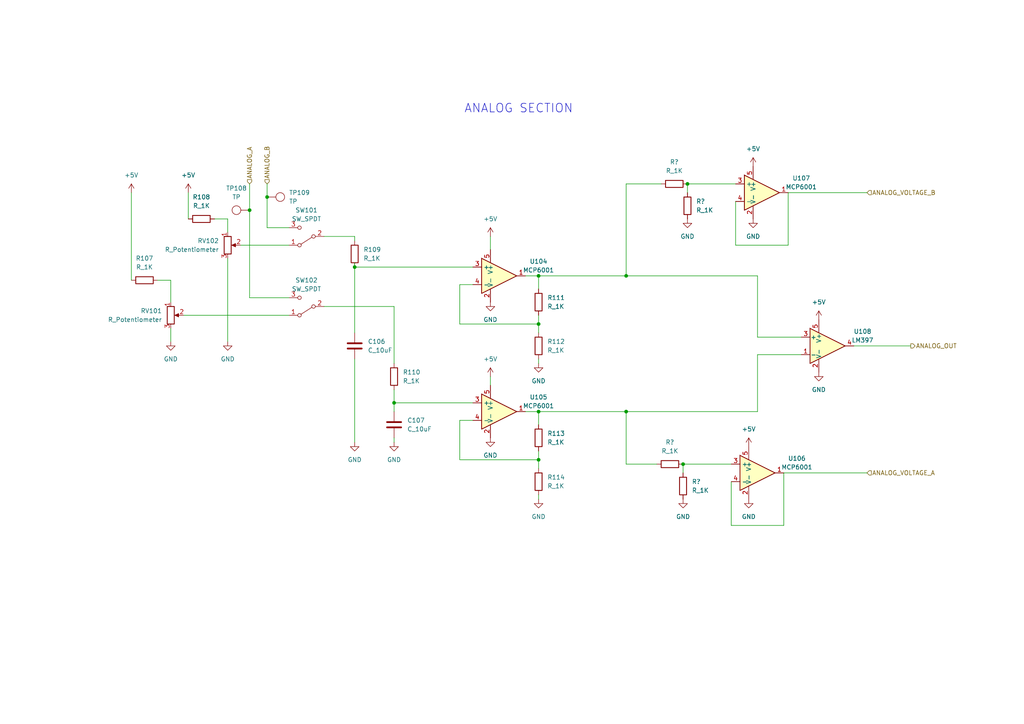
<source format=kicad_sch>
(kicad_sch (version 20230121) (generator eeschema)
  (paper "A4")
  (lib_symbols
    (symbol "Comparator:LM397" (pin_names (offset 0.127))
      (property "Reference" "U" (at 1.27 5.08 0))
      (property "Value" "LM397" (at 3.81 -5.08 0))
      (symbol "LM397_0_1"
        (polyline (pts (xy -5.08 5.08) (xy 5.08 0) (xy -5.08 -5.08) (xy -5.08 5.08)) (stroke (width 0.254)) (fill (type background)))
      )
      (symbol "LM397_1_1"
        (pin input line (at -7.62 -2.54 0) (length 2.54) (name "-") (number "1"))
        (pin power_in line (at -2.54 -7.62 90) (length 3.81) (name "V-") (number "2"))
        (pin input line (at -7.62 2.54 0) (length 2.54) (name "+") (number "3"))
        (pin open_collector line (at 7.62 0 180) (length 2.54) (name "~") (number "4"))
        (pin power_in line (at -2.54 7.62 270) (length 3.81) (name "V+") (number "5"))
      )
    )
    (symbol "Device:R_Potentiometer" (pin_names (offset 1.016) hide)
      (property "Reference" "RV" (at -4.445 0 90))
      (property "Value" "R_Potentiometer" (at -2.54 0 90))
      (symbol "R_Potentiometer_0_1"
        (polyline (pts (xy 2.54 0) (xy 1.524 0)))
        (polyline (pts (xy 1.143 0) (xy 2.286 0.508) (xy 2.286 -0.508) (xy 1.143 0)) (fill (type outline)))
        (rectangle (start 1.016 2.54) (end -1.016 -2.54) (stroke (width 0.254)))
      )
      (symbol "R_Potentiometer_1_1"
        (pin passive line (at 0 3.81 270) (length 1.27) (name "1") (number "1"))
        (pin passive line (at 3.81 0 180) (length 1.27) (name "2") (number "2"))
        (pin passive line (at 0 -3.81 90) (length 1.27) (name "3") (number "3"))
      )
    )
    (symbol "Switch:SW_SPDT" (pin_names (offset 0) hide)
      (property "Reference" "SW" (at 0 4.318 0))
      (property "Value" "SW_SPDT" (at 0 -5.08 0))
      (symbol "SW_SPDT_0_0"
        (circle (center -2.032 0) (radius 0.508))
        (circle (center 2.032 -2.54) (radius 0.508))
      )
      (symbol "SW_SPDT_0_1"
        (polyline (pts (xy -1.524 0.254) (xy 1.651 2.286)))
        (circle (center 2.032 2.54) (radius 0.508))
      )
      (symbol "SW_SPDT_1_1"
        (pin passive line (at 5.08 2.54 180) (length 2.54) (name "A") (number "1"))
        (pin passive line (at -5.08 0 0) (length 2.54) (name "B") (number "2"))
        (pin passive line (at 5.08 -2.54 180) (length 2.54) (name "C") (number "3"))
      )
    )
    (symbol "formula:C_10uF" (pin_numbers hide) (pin_names (offset 0.254))
      (property "Reference" "C" (at 0.635 3.81 0))
      (property "Value" "C_10uF" (at 0.635 -1.27 0))
      (symbol "C_10uF_0_1"
        (polyline (pts (xy -2.032 0.508) (xy 2.032 0.508)) (stroke (width 0.508)))
        (polyline (pts (xy -2.032 2.032) (xy 2.032 2.032)) (stroke (width 0.508)))
      )
      (symbol "C_10uF_1_1"
        (pin passive line (at 0 5.08 270) (length 2.794) (name "~") (number "1"))
        (pin passive line (at 0 -2.54 90) (length 2.794) (name "~") (number "2"))
      )
    )
    (symbol "formula:MCP6001"
      (property "Reference" "U" (at 0 5.08 0))
      (property "Value" "MCP6001" (at 0 -5.08 0))
      (symbol "MCP6001_0_1"
        (polyline (pts (xy -5.08 5.08) (xy 5.08 0) (xy -5.08 -5.08) (xy -5.08 5.08)) (stroke (width 0.254)) (fill (type background)))
        (pin power_in line (at -2.54 -7.62 90) (length 3.81) (name "V-") (number "2"))
        (pin power_in line (at -2.54 7.62 270) (length 3.81) (name "V+") (number "5"))
      )
      (symbol "MCP6001_1_1"
        (pin output line (at 7.62 0 180) (length 2.54) (name "~") (number "1"))
        (pin input line (at -7.62 2.54 0) (length 2.54) (name "+") (number "3"))
        (pin input line (at -7.62 -2.54 0) (length 2.54) (name "-") (number "4"))
      )
    )
    (symbol "formula:R_1K" (pin_numbers hide) (pin_names (offset 0))
      (property "Reference" "R" (at 2.032 0 90))
      (property "Value" "R_1K" (at -2.54 0 90))
      (symbol "R_1K_0_1"
        (rectangle (start -1.016 -2.54) (end 1.016 2.54) (stroke (width 0.254)))
      )
      (symbol "R_1K_1_1"
        (pin passive line (at 0 3.81 270) (length 1.27) (name "~") (number "1"))
        (pin passive line (at 0 -3.81 90) (length 1.27) (name "~") (number "2"))
      )
    )
    (symbol "formula:TP" (pin_numbers hide) (pin_names (offset 0) hide)
      (property "Reference" "TP" (at 0 0 0))
      (property "Value" "TP" (at 0 0 0))
      (symbol "TP_0_1"
        (circle (center 0 -1.27) (radius 1.27))
      )
      (symbol "TP_1_1"
        (pin input line (at 0 -5.08 90) (length 2.54) (name "TP") (number "1"))
      )
    )
    (symbol "power:+5V" (power) (pin_names (offset 0))
      (property "Value" "+5V" (at 0 3.556 0))
      (symbol "+5V_0_1"
        (polyline (pts (xy -0.762 1.27) (xy 0 2.54)))
        (polyline (pts (xy 0 0) (xy 0 2.54)))
        (polyline (pts (xy 0 2.54) (xy 0.762 1.27)))
      )
      (symbol "+5V_1_1"
        (pin power_in line (at 0 0 90) (length 0) hide (name "+5V") (number "1"))
      )
    )
    (symbol "power:GND" (power) (pin_names (offset 0))
      (property "Value" "GND" (at 0 -3.81 0))
      (symbol "GND_0_1"
        (polyline (pts (xy 0 0) (xy 0 -1.27) (xy 1.27 -1.27) (xy 0 -2.54) (xy -1.27 -1.27) (xy 0 -1.27)))
      )
      (symbol "GND_1_1"
        (pin power_in line (at 0 0 270) (length 0) hide (name "GND") (number "1"))
      )
    )
  )
  (junction (at 181.61 80.01))
  (junction (at 77.47 57.15))
  (junction (at 114.3 116.84))
  (junction (at 199.39 53.34))
  (junction (at 156.21 93.98))
  (junction (at 181.61 119.38))
  (junction (at 156.21 119.38))
  (junction (at 198.12 134.62))
  (junction (at 72.39 60.96))
  (junction (at 156.21 80.01))
  (junction (at 156.21 133.35))
  (junction (at 102.87 77.47))
  (wire (pts (xy 49.53 95.25) (xy 49.53 99.06)))
  (wire (pts (xy 156.21 130.81) (xy 156.21 133.35)))
  (wire (pts (xy 133.35 121.92) (xy 137.16 121.92)))
  (wire (pts (xy 114.3 88.9) (xy 114.3 105.41)))
  (wire (pts (xy 156.21 133.35) (xy 133.35 133.35)))
  (wire (pts (xy 102.87 128.27) (xy 102.87 104.14)))
  (wire (pts (xy 156.21 119.38) (xy 181.61 119.38)))
  (wire (pts (xy 38.1 81.28) (xy 38.1 55.88)))
  (wire (pts (xy 49.53 87.63) (xy 49.53 81.28)))
  (wire (pts (xy 213.36 71.12) (xy 228.6 71.12)))
  (wire (pts (xy 227.33 137.16) (xy 227.33 152.4)))
  (wire (pts (xy 213.36 58.42) (xy 213.36 71.12)))
  (wire (pts (xy 69.85 71.12) (xy 83.82 71.12)))
  (wire (pts (xy 156.21 80.01) (xy 181.61 80.01)))
  (wire (pts (xy 102.87 77.47) (xy 102.87 96.52)))
  (wire (pts (xy 156.21 119.38) (xy 152.4 119.38)))
  (wire (pts (xy 133.35 133.35) (xy 133.35 121.92)))
  (wire (pts (xy 66.04 63.5) (xy 62.23 63.5)))
  (wire (pts (xy 219.71 97.79) (xy 232.41 97.79)))
  (wire (pts (xy 181.61 119.38) (xy 219.71 119.38)))
  (wire (pts (xy 156.21 91.44) (xy 156.21 93.98)))
  (wire (pts (xy 156.21 135.89) (xy 156.21 133.35)))
  (wire (pts (xy 199.39 53.34) (xy 213.36 53.34)))
  (wire (pts (xy 77.47 66.04) (xy 83.82 66.04)))
  (wire (pts (xy 49.53 81.28) (xy 45.72 81.28)))
  (wire (pts (xy 114.3 116.84) (xy 114.3 119.38)))
  (wire (pts (xy 114.3 128.27) (xy 114.3 127)))
  (wire (pts (xy 133.35 93.98) (xy 133.35 82.55)))
  (wire (pts (xy 181.61 80.01) (xy 219.71 80.01)))
  (wire (pts (xy 156.21 123.19) (xy 156.21 119.38)))
  (wire (pts (xy 72.39 60.96) (xy 72.39 86.36)))
  (wire (pts (xy 247.65 100.33) (xy 264.16 100.33)))
  (wire (pts (xy 72.39 53.34) (xy 72.39 60.96)))
  (wire (pts (xy 181.61 53.34) (xy 181.61 80.01)))
  (wire (pts (xy 156.21 83.82) (xy 156.21 80.01)))
  (wire (pts (xy 156.21 93.98) (xy 133.35 93.98)))
  (wire (pts (xy 133.35 82.55) (xy 137.16 82.55)))
  (wire (pts (xy 77.47 53.34) (xy 77.47 57.15)))
  (wire (pts (xy 228.6 55.88) (xy 228.6 71.12)))
  (wire (pts (xy 77.47 57.15) (xy 77.47 66.04)))
  (wire (pts (xy 114.3 116.84) (xy 137.16 116.84)))
  (wire (pts (xy 114.3 88.9) (xy 93.98 88.9)))
  (wire (pts (xy 212.09 152.4) (xy 227.33 152.4)))
  (wire (pts (xy 198.12 134.62) (xy 198.12 137.16)))
  (wire (pts (xy 198.12 134.62) (xy 212.09 134.62)))
  (wire (pts (xy 53.34 91.44) (xy 83.82 91.44)))
  (wire (pts (xy 156.21 143.51) (xy 156.21 144.78)))
  (wire (pts (xy 66.04 67.31) (xy 66.04 63.5)))
  (wire (pts (xy 102.87 76.2) (xy 102.87 77.47)))
  (wire (pts (xy 102.87 77.47) (xy 137.16 77.47)))
  (wire (pts (xy 102.87 68.58) (xy 102.87 69.85)))
  (wire (pts (xy 156.21 104.14) (xy 156.21 105.41)))
  (wire (pts (xy 181.61 134.62) (xy 181.61 119.38)))
  (wire (pts (xy 181.61 53.34) (xy 191.77 53.34)))
  (wire (pts (xy 142.24 68.58) (xy 142.24 72.39)))
  (wire (pts (xy 156.21 80.01) (xy 152.4 80.01)))
  (wire (pts (xy 54.61 55.88) (xy 54.61 63.5)))
  (wire (pts (xy 219.71 80.01) (xy 219.71 97.79)))
  (wire (pts (xy 219.71 102.87) (xy 232.41 102.87)))
  (wire (pts (xy 93.98 68.58) (xy 102.87 68.58)))
  (wire (pts (xy 181.61 134.62) (xy 190.5 134.62)))
  (wire (pts (xy 156.21 96.52) (xy 156.21 93.98)))
  (wire (pts (xy 114.3 113.03) (xy 114.3 116.84)))
  (wire (pts (xy 199.39 53.34) (xy 199.39 55.88)))
  (wire (pts (xy 212.09 139.7) (xy 212.09 152.4)))
  (wire (pts (xy 72.39 86.36) (xy 83.82 86.36)))
  (wire (pts (xy 227.33 137.16) (xy 251.46 137.16)))
  (wire (pts (xy 228.6 55.88) (xy 251.46 55.88)))
  (wire (pts (xy 142.24 109.22) (xy 142.24 111.76)))
  (wire (pts (xy 219.71 119.38) (xy 219.71 102.87)))
  (wire (pts (xy 66.04 74.93) (xy 66.04 99.06)))
  (text "ANALOG SECTION" (at 134.62 33.02 0) (effects (font (size 2.5 2.5)) (justify left bottom)))
  (hierarchical_label "ANALOG_VOLTAGE_B" (shape input) (at 251.46 55.88 0))
  (hierarchical_label "ANALOG_VOLTAGE_A" (shape input) (at 251.46 137.16 0))
  (hierarchical_label "ANALOG_B" (shape input) (at 77.47 53.34 90))
  (hierarchical_label "ANALOG_A" (shape input) (at 72.39 53.34 90))
  (hierarchical_label "ANALOG_OUT" (shape output) (at 264.16 100.33 0))
  (symbol (lib_id "formula:R_1K") (at 156.21 127 0) (unit 1)
    (property "Reference" "R113" (at 158.75 125.73 0) (effects (justify left)))
    (property "Value" "R_1K" (at 158.75 128.27 0) (effects (justify left)))
    (property "Footprint" "footprints:R_0805_OEM" (effects hide))
    (property "Datasheet" "https://www.seielect.com/Catalog/SEI-rncp.pdf" (effects hide))
    (property "MFN" "DK" (effects hide))
    (property "MPN" "RNCP0805FTD1K00CT-ND" (effects hide))
    (property "PurchasingLink" "https://www.digikey.com/products/en?keywords=RNCP0805FTD1K00CT-ND" (effects hide))
  )
  (symbol (lib_id "formula:MCP6001") (at 219.71 137.16 0) (unit 1)
    (property "Reference" "U106" (at 231.14 132.9691 0))
    (property "Value" "MCP6001" (at 231.14 135.5091 0))
    (property "Footprint" "footprints:SOT-23-5_OEM" (effects hide))
    (property "Datasheet" "http://ww1.microchip.com/downloads/en/DeviceDoc/21733j.pdf" (effects hide))
    (property "MFN" "DK" (effects hide))
    (property "MPN" "MCP6001T-I/OTCT-ND" (effects hide))
    (property "PurchasingLink" "https://www.digikey.com/product-detail/en/microchip-technology/MCP6001T-I-OT/MCP6001T-I-OTCT-ND/697158" (effects hide))
    (instances (project "summer2024_onboarding" (path "" (reference "U106") (unit 1)) (path "" (reference "U?") (unit 1))))
  )
  (symbol (lib_id "formula:R_1K") (at 41.91 81.28 90) (unit 1)
    (property "Reference" "R107" (at 41.91 74.93 90))
    (property "Value" "R_1K" (at 41.91 77.47 90))
    (property "Footprint" "footprints:R_0805_OEM" (effects hide))
    (property "Datasheet" "https://www.seielect.com/Catalog/SEI-rncp.pdf" (effects hide))
    (property "MFN" "DK" (effects hide))
    (property "MPN" "RNCP0805FTD1K00CT-ND" (effects hide))
    (property "PurchasingLink" "https://www.digikey.com/products/en?keywords=RNCP0805FTD1K00CT-ND" (effects hide))
  )
  (symbol (lib_id "formula:R_1K") (at 156.21 139.7 0) (unit 1)
    (property "Reference" "R114" (at 158.75 138.43 0) (effects (justify left)))
    (property "Value" "R_1K" (at 158.75 140.97 0) (effects (justify left)))
    (property "Footprint" "footprints:R_0805_OEM" (effects hide))
    (property "Datasheet" "https://www.seielect.com/Catalog/SEI-rncp.pdf" (effects hide))
    (property "MFN" "DK" (effects hide))
    (property "MPN" "RNCP0805FTD1K00CT-ND" (effects hide))
    (property "PurchasingLink" "https://www.digikey.com/products/en?keywords=RNCP0805FTD1K00CT-ND" (effects hide))
  )
  (symbol (lib_id "power:GND") (at 66.04 99.06 0) (unit 1)
    (property "Reference" "#PWR0131" (effects hide))
    (property "Value" "GND" (at 66.04 104.14 0))
  )
  (symbol (lib_id "power:+5V") (at 54.61 55.88 0) (unit 1)
    (property "Reference" "#PWR0130" (effects hide))
    (property "Value" "+5V" (at 54.61 50.8 0))
  )
  (symbol (lib_id "power:GND") (at 237.49 107.95 0) (unit 1)
    (property "Reference" "#PWR0147" (effects hide))
    (property "Value" "GND" (at 237.49 113.03 0))
  )
  (symbol (lib_id "formula:TP") (at 67.31 60.96 90) (unit 1)
    (property "Reference" "TP108" (at 68.58 54.61 90))
    (property "Value" "TP" (at 68.58 57.15 90))
    (property "Footprint" "footprints:tp_1.6mm" (effects hide))
    (property "Datasheet" "http://www.keyelco.com/product-pdf.cfm?p=1314" (effects hide))
    (property "MFN" "DK" (effects hide))
    (property "MPN" "36-5006-ND" (effects hide))
    (property "PurchasingLink" "https://www.digikey.com/product-detail/en/keystone-electronics/5006/36-5006-ND/255330" (effects hide))
  )
  (symbol (lib_id "power:GND") (at 218.44 63.5 0) (unit 1)
    (property "Reference" "#PWR?" (effects hide))
    (property "Value" "GND" (at 218.44 68.58 0))
    (instances (project "summer2024_onboarding" (path "" (reference "#PWR?") (unit 1)) (path "" (reference "#PWR0145") (unit 1))))
  )
  (symbol (lib_id "formula:TP") (at 82.55 57.15 270) (unit 1)
    (property "Reference" "TP109" (at 83.82 55.88 90) (effects (justify left)))
    (property "Value" "TP" (at 83.82 58.42 90) (effects (justify left)))
    (property "Footprint" "footprints:tp_1.6mm" (effects hide))
    (property "Datasheet" "http://www.keyelco.com/product-pdf.cfm?p=1314" (effects hide))
    (property "MFN" "DK" (effects hide))
    (property "MPN" "36-5006-ND" (effects hide))
    (property "PurchasingLink" "https://www.digikey.com/product-detail/en/keystone-electronics/5006/36-5006-ND/255330" (effects hide))
  )
  (symbol (lib_id "Switch:SW_SPDT") (at 88.9 68.58 180) (unit 1)
    (property "Reference" "SW101" (at 88.9 60.96 0))
    (property "Value" "SW_SPDT" (at 88.9 63.5 0))
  )
  (symbol (lib_id "formula:R_1K") (at 199.39 59.69 0) (unit 1)
    (property "Reference" "R?" (at 201.93 58.42 0) (effects (justify left)))
    (property "Value" "R_1K" (at 201.93 60.96 0) (effects (justify left)))
    (property "Footprint" "footprints:R_0805_OEM" (effects hide))
    (property "Datasheet" "https://www.seielect.com/Catalog/SEI-rncp.pdf" (effects hide))
    (property "MFN" "DK" (effects hide))
    (property "MPN" "RNCP0805FTD1K00CT-ND" (effects hide))
    (property "PurchasingLink" "https://www.digikey.com/products/en?keywords=RNCP0805FTD1K00CT-ND" (effects hide))
    (instances (project "summer2024_onboarding" (path "" (reference "R?") (unit 1)) (path "" (reference "R118") (unit 1))))
  )
  (symbol (lib_id "Device:R_Potentiometer") (at 49.53 91.44 0) (unit 1)
    (property "Reference" "RV101" (at 46.99 90.17 0) (effects (justify right)))
    (property "Value" "R_Potentiometer" (at 46.99 92.71 0) (effects (justify right)))
  )
  (symbol (lib_id "formula:R_1K") (at 194.31 134.62 90) (unit 1)
    (property "Reference" "R?" (at 194.31 128.27 90))
    (property "Value" "R_1K" (at 194.31 130.81 90))
    (property "Footprint" "footprints:R_0805_OEM" (effects hide))
    (property "Datasheet" "https://www.seielect.com/Catalog/SEI-rncp.pdf" (effects hide))
    (property "MFN" "DK" (effects hide))
    (property "MPN" "RNCP0805FTD1K00CT-ND" (effects hide))
    (property "PurchasingLink" "https://www.digikey.com/products/en?keywords=RNCP0805FTD1K00CT-ND" (effects hide))
    (instances (project "summer2024_onboarding" (path "" (reference "R?") (unit 1)) (path "" (reference "R115") (unit 1))))
  )
  (symbol (lib_id "formula:C_10uF") (at 114.3 124.46 0) (unit 1)
    (property "Reference" "C107" (at 118.11 121.92 0) (effects (justify left)))
    (property "Value" "C_10uF" (at 118.11 124.46 0) (effects (justify left)))
    (property "Footprint" "footprints:C_0805_OEM" (effects hide))
    (property "Datasheet" "http://www.samsungsem.com/kr/support/product-search/mlcc/__icsFiles/afieldfile/2018/06/20/CL21A106KPFNNNE.pdf" (effects hide))
    (property "MFN" "DK" (effects hide))
    (property "MPN" "1276-1052-1-ND" (effects hide))
    (property "PurchasingLink" "https://www.digikey.com/product-detail/en/samsung-electro-mechanics/CL21A106KPFNNNE/1276-1052-1-ND/3889138" (effects hide))
  )
  (symbol (lib_id "power:+5V") (at 218.44 48.26 0) (unit 1)
    (property "Reference" "#PWR?" (effects hide))
    (property "Value" "+5V" (at 218.44 43.18 0))
    (instances (project "summer2024_onboarding" (path "" (reference "#PWR?") (unit 1)) (path "" (reference "#PWR0144") (unit 1))))
  )
  (symbol (lib_id "formula:R_1K") (at 114.3 109.22 0) (unit 1)
    (property "Reference" "R110" (at 116.84 107.95 0) (effects (justify left)))
    (property "Value" "R_1K" (at 116.84 110.49 0) (effects (justify left)))
    (property "Footprint" "footprints:R_0805_OEM" (effects hide))
    (property "Datasheet" "https://www.seielect.com/Catalog/SEI-rncp.pdf" (effects hide))
    (property "MFN" "DK" (effects hide))
    (property "MPN" "RNCP0805FTD1K00CT-ND" (effects hide))
    (property "PurchasingLink" "https://www.digikey.com/products/en?keywords=RNCP0805FTD1K00CT-ND" (effects hide))
  )
  (symbol (lib_id "formula:R_1K") (at 58.42 63.5 90) (unit 1)
    (property "Reference" "R108" (at 58.42 57.15 90))
    (property "Value" "R_1K" (at 58.42 59.69 90))
    (property "Footprint" "footprints:R_0805_OEM" (effects hide))
    (property "Datasheet" "https://www.seielect.com/Catalog/SEI-rncp.pdf" (effects hide))
    (property "MFN" "DK" (effects hide))
    (property "MPN" "RNCP0805FTD1K00CT-ND" (effects hide))
    (property "PurchasingLink" "https://www.digikey.com/products/en?keywords=RNCP0805FTD1K00CT-ND" (effects hide))
  )
  (symbol (lib_id "power:GND") (at 142.24 127 0) (unit 1)
    (property "Reference" "#PWR0137" (effects hide))
    (property "Value" "GND" (at 142.24 132.08 0))
  )
  (symbol (lib_id "formula:R_1K") (at 195.58 53.34 90) (unit 1)
    (property "Reference" "R?" (at 195.58 46.99 90))
    (property "Value" "R_1K" (at 195.58 49.53 90))
    (property "Footprint" "footprints:R_0805_OEM" (effects hide))
    (property "Datasheet" "https://www.seielect.com/Catalog/SEI-rncp.pdf" (effects hide))
    (property "MFN" "DK" (effects hide))
    (property "MPN" "RNCP0805FTD1K00CT-ND" (effects hide))
    (property "PurchasingLink" "https://www.digikey.com/products/en?keywords=RNCP0805FTD1K00CT-ND" (effects hide))
    (instances (project "summer2024_onboarding" (path "" (reference "R?") (unit 1)) (path "" (reference "R116") (unit 1))))
  )
  (symbol (lib_id "power:GND") (at 142.24 87.63 0) (unit 1)
    (property "Reference" "#PWR0135" (effects hide))
    (property "Value" "GND" (at 142.24 92.71 0))
  )
  (symbol (lib_id "formula:R_1K") (at 156.21 87.63 0) (unit 1)
    (property "Reference" "R111" (at 158.75 86.36 0) (effects (justify left)))
    (property "Value" "R_1K" (at 158.75 88.9 0) (effects (justify left)))
    (property "Footprint" "footprints:R_0805_OEM" (effects hide))
    (property "Datasheet" "https://www.seielect.com/Catalog/SEI-rncp.pdf" (effects hide))
    (property "MFN" "DK" (effects hide))
    (property "MPN" "RNCP0805FTD1K00CT-ND" (effects hide))
    (property "PurchasingLink" "https://www.digikey.com/products/en?keywords=RNCP0805FTD1K00CT-ND" (effects hide))
  )
  (symbol (lib_id "power:+5V") (at 217.17 129.54 0) (unit 1)
    (property "Reference" "#PWR?" (effects hide))
    (property "Value" "+5V" (at 217.17 124.46 0))
    (instances (project "summer2024_onboarding" (path "" (reference "#PWR?") (unit 1)) (path "" (reference "#PWR0142") (unit 1))))
  )
  (symbol (lib_id "power:GND") (at 102.87 128.27 0) (unit 1)
    (property "Reference" "#PWR0132" (effects hide))
    (property "Value" "GND" (at 102.87 133.35 0))
  )
  (symbol (lib_id "Comparator:LM397") (at 240.03 100.33 0) (unit 1)
    (property "Reference" "U108" (at 250.19 96.1391 0))
    (property "Value" "LM397" (at 250.19 98.6791 0))
    (property "Footprint" "Package_TO_SOT_SMD:SOT-23-5" (effects hide))
    (property "Datasheet" "http://www.ti.com/lit/ds/symlink/lm397.pdf" (effects hide))
  )
  (symbol (lib_id "formula:MCP6001") (at 220.98 55.88 0) (unit 1)
    (property "Reference" "U107" (at 232.41 51.6891 0))
    (property "Value" "MCP6001" (at 232.41 54.2291 0))
    (property "Footprint" "footprints:SOT-23-5_OEM" (effects hide))
    (property "Datasheet" "http://ww1.microchip.com/downloads/en/DeviceDoc/21733j.pdf" (effects hide))
    (property "MFN" "DK" (effects hide))
    (property "MPN" "MCP6001T-I/OTCT-ND" (effects hide))
    (property "PurchasingLink" "https://www.digikey.com/product-detail/en/microchip-technology/MCP6001T-I-OT/MCP6001T-I-OTCT-ND/697158" (effects hide))
    (instances (project "summer2024_onboarding" (path "" (reference "U107") (unit 1)) (path "" (reference "U?") (unit 1))))
  )
  (symbol (lib_id "power:+5V") (at 142.24 68.58 0) (unit 1)
    (property "Reference" "#PWR0134" (effects hide))
    (property "Value" "+5V" (at 142.24 63.5 0))
  )
  (symbol (lib_id "power:GND") (at 114.3 128.27 0) (unit 1)
    (property "Reference" "#PWR0133" (effects hide))
    (property "Value" "GND" (at 114.3 133.35 0))
  )
  (symbol (lib_id "power:GND") (at 156.21 105.41 0) (unit 1)
    (property "Reference" "#PWR0138" (effects hide))
    (property "Value" "GND" (at 156.21 110.49 0))
  )
  (symbol (lib_id "power:+5V") (at 237.49 92.71 0) (unit 1)
    (property "Reference" "#PWR0146" (effects hide))
    (property "Value" "+5V" (at 237.49 87.63 0))
  )
  (symbol (lib_id "power:GND") (at 198.12 144.78 0) (unit 1)
    (property "Reference" "#PWR?" (effects hide))
    (property "Value" "GND" (at 198.12 149.86 0))
    (instances (project "summer2024_onboarding" (path "" (reference "#PWR?") (unit 1)) (path "" (reference "#PWR0140") (unit 1))))
  )
  (symbol (lib_id "formula:R_1K") (at 156.21 100.33 0) (unit 1)
    (property "Reference" "R112" (at 158.75 99.06 0) (effects (justify left)))
    (property "Value" "R_1K" (at 158.75 101.6 0) (effects (justify left)))
    (property "Footprint" "footprints:R_0805_OEM" (effects hide))
    (property "Datasheet" "https://www.seielect.com/Catalog/SEI-rncp.pdf" (effects hide))
    (property "MFN" "DK" (effects hide))
    (property "MPN" "RNCP0805FTD1K00CT-ND" (effects hide))
    (property "PurchasingLink" "https://www.digikey.com/products/en?keywords=RNCP0805FTD1K00CT-ND" (effects hide))
  )
  (symbol (lib_id "power:+5V") (at 142.24 109.22 0) (unit 1)
    (property "Reference" "#PWR0136" (effects hide))
    (property "Value" "+5V" (at 142.24 104.14 0))
  )
  (symbol (lib_id "power:GND") (at 156.21 144.78 0) (unit 1)
    (property "Reference" "#PWR0139" (effects hide))
    (property "Value" "GND" (at 156.21 149.86 0))
  )
  (symbol (lib_id "power:GND") (at 49.53 99.06 0) (unit 1)
    (property "Reference" "#PWR0129" (effects hide))
    (property "Value" "GND" (at 49.53 104.14 0))
  )
  (symbol (lib_id "formula:R_1K") (at 198.12 140.97 0) (unit 1)
    (property "Reference" "R?" (at 200.66 139.7 0) (effects (justify left)))
    (property "Value" "R_1K" (at 200.66 142.24 0) (effects (justify left)))
    (property "Footprint" "footprints:R_0805_OEM" (effects hide))
    (property "Datasheet" "https://www.seielect.com/Catalog/SEI-rncp.pdf" (effects hide))
    (property "MFN" "DK" (effects hide))
    (property "MPN" "RNCP0805FTD1K00CT-ND" (effects hide))
    (property "PurchasingLink" "https://www.digikey.com/products/en?keywords=RNCP0805FTD1K00CT-ND" (effects hide))
    (instances (project "summer2024_onboarding" (path "" (reference "R?") (unit 1)) (path "" (reference "R117") (unit 1))))
  )
  (symbol (lib_id "formula:MCP6001") (at 144.78 80.01 0) (unit 1)
    (property "Reference" "U104" (at 156.21 75.8191 0))
    (property "Value" "MCP6001" (at 156.21 78.3591 0))
    (property "Footprint" "footprints:SOT-23-5_OEM" (effects hide))
    (property "Datasheet" "http://ww1.microchip.com/downloads/en/DeviceDoc/21733j.pdf" (effects hide))
    (property "MFN" "DK" (effects hide))
    (property "MPN" "MCP6001T-I/OTCT-ND" (effects hide))
    (property "PurchasingLink" "https://www.digikey.com/product-detail/en/microchip-technology/MCP6001T-I-OT/MCP6001T-I-OTCT-ND/697158" (effects hide))
  )
  (symbol (lib_id "power:GND") (at 217.17 144.78 0) (unit 1)
    (property "Reference" "#PWR?" (effects hide))
    (property "Value" "GND" (at 217.17 149.86 0))
    (instances (project "summer2024_onboarding" (path "" (reference "#PWR?") (unit 1)) (path "" (reference "#PWR0143") (unit 1))))
  )
  (symbol (lib_id "power:GND") (at 199.39 63.5 0) (unit 1)
    (property "Reference" "#PWR?" (effects hide))
    (property "Value" "GND" (at 199.39 68.58 0))
    (instances (project "summer2024_onboarding" (path "" (reference "#PWR?") (unit 1)) (path "" (reference "#PWR0141") (unit 1))))
  )
  (symbol (lib_id "power:+5V") (at 38.1 55.88 0) (unit 1)
    (property "Reference" "#PWR0128" (effects hide))
    (property "Value" "+5V" (at 38.1 50.8 0))
  )
  (symbol (lib_id "Switch:SW_SPDT") (at 88.9 88.9 180) (unit 1)
    (property "Reference" "SW102" (at 88.9 81.28 0))
    (property "Value" "SW_SPDT" (at 88.9 83.82 0))
  )
  (symbol (lib_id "formula:C_10uF") (at 102.87 101.6 0) (unit 1)
    (property "Reference" "C106" (at 106.68 99.06 0) (effects (justify left)))
    (property "Value" "C_10uF" (at 106.68 101.6 0) (effects (justify left)))
    (property "Footprint" "footprints:C_0805_OEM" (effects hide))
    (property "Datasheet" "http://www.samsungsem.com/kr/support/product-search/mlcc/__icsFiles/afieldfile/2018/06/20/CL21A106KPFNNNE.pdf" (effects hide))
    (property "MFN" "DK" (effects hide))
    (property "MPN" "1276-1052-1-ND" (effects hide))
    (property "PurchasingLink" "https://www.digikey.com/product-detail/en/samsung-electro-mechanics/CL21A106KPFNNNE/1276-1052-1-ND/3889138" (effects hide))
  )
  (symbol (lib_id "formula:MCP6001") (at 144.78 119.38 0) (unit 1)
    (property "Reference" "U105" (at 156.21 115.1891 0))
    (property "Value" "MCP6001" (at 156.21 117.7291 0))
    (property "Footprint" "footprints:SOT-23-5_OEM" (effects hide))
    (property "Datasheet" "http://ww1.microchip.com/downloads/en/DeviceDoc/21733j.pdf" (effects hide))
    (property "MFN" "DK" (effects hide))
    (property "MPN" "MCP6001T-I/OTCT-ND" (effects hide))
    (property "PurchasingLink" "https://www.digikey.com/product-detail/en/microchip-technology/MCP6001T-I-OT/MCP6001T-I-OTCT-ND/697158" (effects hide))
  )
  (symbol (lib_id "Device:R_Potentiometer") (at 66.04 71.12 0) (unit 1)
    (property "Reference" "RV102" (at 63.5 69.85 0) (effects (justify right)))
    (property "Value" "R_Potentiometer" (at 63.5 72.39 0) (effects (justify right)))
  )
  (symbol (lib_id "formula:R_1K") (at 102.87 73.66 0) (unit 1)
    (property "Reference" "R109" (at 105.41 72.39 0) (effects (justify left)))
    (property "Value" "R_1K" (at 105.41 74.93 0) (effects (justify left)))
    (property "Footprint" "footprints:R_0805_OEM" (effects hide))
    (property "Datasheet" "https://www.seielect.com/Catalog/SEI-rncp.pdf" (effects hide))
    (property "MFN" "DK" (effects hide))
    (property "MPN" "RNCP0805FTD1K00CT-ND" (effects hide))
    (property "PurchasingLink" "https://www.digikey.com/products/en?keywords=RNCP0805FTD1K00CT-ND" (effects hide))
  )
)
</source>
